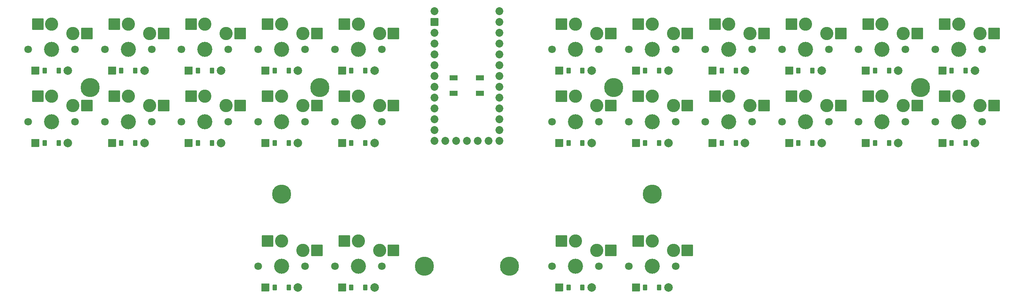
<source format=gbr>
%TF.GenerationSoftware,KiCad,Pcbnew,9.0.0*%
%TF.CreationDate,2025-03-14T12:58:10+01:00*%
%TF.ProjectId,pcb,7063622e-6b69-4636-9164-5f7063625858,v1.0.0*%
%TF.SameCoordinates,Original*%
%TF.FileFunction,Soldermask,Bot*%
%TF.FilePolarity,Negative*%
%FSLAX46Y46*%
G04 Gerber Fmt 4.6, Leading zero omitted, Abs format (unit mm)*
G04 Created by KiCad (PCBNEW 9.0.0) date 2025-03-14 12:58:10*
%MOMM*%
%LPD*%
G01*
G04 APERTURE LIST*
G04 Aperture macros list*
%AMRoundRect*
0 Rectangle with rounded corners*
0 $1 Rounding radius*
0 $2 $3 $4 $5 $6 $7 $8 $9 X,Y pos of 4 corners*
0 Add a 4 corners polygon primitive as box body*
4,1,4,$2,$3,$4,$5,$6,$7,$8,$9,$2,$3,0*
0 Add four circle primitives for the rounded corners*
1,1,$1+$1,$2,$3*
1,1,$1+$1,$4,$5*
1,1,$1+$1,$6,$7*
1,1,$1+$1,$8,$9*
0 Add four rect primitives between the rounded corners*
20,1,$1+$1,$2,$3,$4,$5,0*
20,1,$1+$1,$4,$5,$6,$7,0*
20,1,$1+$1,$6,$7,$8,$9,0*
20,1,$1+$1,$8,$9,$2,$3,0*%
G04 Aperture macros list end*
%ADD10C,3.529000*%
%ADD11C,1.801800*%
%ADD12C,3.100000*%
%ADD13RoundRect,0.050000X-1.300000X-1.300000X1.300000X-1.300000X1.300000X1.300000X-1.300000X1.300000X0*%
%ADD14RoundRect,0.050000X-0.450000X-0.600000X0.450000X-0.600000X0.450000X0.600000X-0.450000X0.600000X0*%
%ADD15RoundRect,0.050000X-0.889000X-0.889000X0.889000X-0.889000X0.889000X0.889000X-0.889000X0.889000X0*%
%ADD16C,2.005000*%
%ADD17C,1.852600*%
%ADD18RoundRect,0.050000X-0.876300X0.876300X-0.876300X-0.876300X0.876300X-0.876300X0.876300X0.876300X0*%
%ADD19RoundRect,0.050000X-0.900000X-0.550000X0.900000X-0.550000X0.900000X0.550000X-0.900000X0.550000X0*%
%ADD20C,4.500000*%
%ADD21C,0.800000*%
G04 APERTURE END LIST*
D10*
%TO.C,S1*%
X100000000Y-100000000D03*
D11*
X105500000Y-100000000D03*
X94500000Y-100000000D03*
D12*
X105000000Y-96250000D03*
X100000000Y-94050000D03*
D13*
X96725000Y-94050000D03*
X108275000Y-96250000D03*
%TD*%
D10*
%TO.C,S2*%
X100000000Y-83000000D03*
D11*
X105500000Y-83000000D03*
X94500000Y-83000000D03*
D12*
X105000000Y-79250000D03*
X100000000Y-77050000D03*
D13*
X96725000Y-77050000D03*
X108275000Y-79250000D03*
%TD*%
D10*
%TO.C,S3*%
X118000000Y-100000000D03*
D11*
X123500000Y-100000000D03*
X112500000Y-100000000D03*
D12*
X123000000Y-96250000D03*
X118000000Y-94050000D03*
D13*
X114725000Y-94050000D03*
X126275000Y-96250000D03*
%TD*%
D10*
%TO.C,S4*%
X118000000Y-83000000D03*
D11*
X123500000Y-83000000D03*
X112500000Y-83000000D03*
D12*
X123000000Y-79250000D03*
X118000000Y-77050000D03*
D13*
X114725000Y-77050000D03*
X126275000Y-79250000D03*
%TD*%
D10*
%TO.C,S5*%
X136000000Y-100000000D03*
D11*
X141500000Y-100000000D03*
X130500000Y-100000000D03*
D12*
X141000000Y-96250000D03*
X136000000Y-94050000D03*
D13*
X132725000Y-94050000D03*
X144275000Y-96250000D03*
%TD*%
D10*
%TO.C,S6*%
X136000000Y-83000000D03*
D11*
X141500000Y-83000000D03*
X130500000Y-83000000D03*
D12*
X141000000Y-79250000D03*
X136000000Y-77050000D03*
D13*
X132725000Y-77050000D03*
X144275000Y-79250000D03*
%TD*%
D10*
%TO.C,S7*%
X154000000Y-100000000D03*
D11*
X159500000Y-100000000D03*
X148500000Y-100000000D03*
D12*
X159000000Y-96250000D03*
X154000000Y-94050000D03*
D13*
X150725000Y-94050000D03*
X162275000Y-96250000D03*
%TD*%
D10*
%TO.C,S8*%
X154000000Y-83000000D03*
D11*
X159500000Y-83000000D03*
X148500000Y-83000000D03*
D12*
X159000000Y-79250000D03*
X154000000Y-77050000D03*
D13*
X150725000Y-77050000D03*
X162275000Y-79250000D03*
%TD*%
D10*
%TO.C,S9*%
X172000000Y-100000000D03*
D11*
X177500000Y-100000000D03*
X166500000Y-100000000D03*
D12*
X177000000Y-96250000D03*
X172000000Y-94050000D03*
D13*
X168725000Y-94050000D03*
X180275000Y-96250000D03*
%TD*%
D10*
%TO.C,S10*%
X172000000Y-83000000D03*
D11*
X177500000Y-83000000D03*
X166500000Y-83000000D03*
D12*
X177000000Y-79250000D03*
X172000000Y-77050000D03*
D13*
X168725000Y-77050000D03*
X180275000Y-79250000D03*
%TD*%
D10*
%TO.C,S11*%
X223000000Y-100000000D03*
D11*
X228500000Y-100000000D03*
X217500000Y-100000000D03*
D12*
X228000000Y-96250000D03*
X223000000Y-94050000D03*
D13*
X219725000Y-94050000D03*
X231275000Y-96250000D03*
%TD*%
D10*
%TO.C,S12*%
X223000000Y-83000000D03*
D11*
X228500000Y-83000000D03*
X217500000Y-83000000D03*
D12*
X228000000Y-79250000D03*
X223000000Y-77050000D03*
D13*
X219725000Y-77050000D03*
X231275000Y-79250000D03*
%TD*%
D10*
%TO.C,S13*%
X241000000Y-100000000D03*
D11*
X246500000Y-100000000D03*
X235500000Y-100000000D03*
D12*
X246000000Y-96250000D03*
X241000000Y-94050000D03*
D13*
X237725000Y-94050000D03*
X249275000Y-96250000D03*
%TD*%
D10*
%TO.C,S14*%
X241000000Y-83000000D03*
D11*
X246500000Y-83000000D03*
X235500000Y-83000000D03*
D12*
X246000000Y-79250000D03*
X241000000Y-77050000D03*
D13*
X237725000Y-77050000D03*
X249275000Y-79250000D03*
%TD*%
D10*
%TO.C,S15*%
X259000000Y-100000000D03*
D11*
X264500000Y-100000000D03*
X253500000Y-100000000D03*
D12*
X264000000Y-96250000D03*
X259000000Y-94050000D03*
D13*
X255725000Y-94050000D03*
X267275000Y-96250000D03*
%TD*%
D10*
%TO.C,S16*%
X259000000Y-83000000D03*
D11*
X264500000Y-83000000D03*
X253500000Y-83000000D03*
D12*
X264000000Y-79250000D03*
X259000000Y-77050000D03*
D13*
X255725000Y-77050000D03*
X267275000Y-79250000D03*
%TD*%
D10*
%TO.C,S17*%
X277000000Y-100000000D03*
D11*
X282500000Y-100000000D03*
X271500000Y-100000000D03*
D12*
X282000000Y-96250000D03*
X277000000Y-94050000D03*
D13*
X273725000Y-94050000D03*
X285275000Y-96250000D03*
%TD*%
D10*
%TO.C,S18*%
X277000000Y-83000000D03*
D11*
X282500000Y-83000000D03*
X271500000Y-83000000D03*
D12*
X282000000Y-79250000D03*
X277000000Y-77050000D03*
D13*
X273725000Y-77050000D03*
X285275000Y-79250000D03*
%TD*%
D10*
%TO.C,S19*%
X295000000Y-100000000D03*
D11*
X300500000Y-100000000D03*
X289500000Y-100000000D03*
D12*
X300000000Y-96250000D03*
X295000000Y-94050000D03*
D13*
X291725000Y-94050000D03*
X303275000Y-96250000D03*
%TD*%
D10*
%TO.C,S20*%
X295000000Y-83000000D03*
D11*
X300500000Y-83000000D03*
X289500000Y-83000000D03*
D12*
X300000000Y-79250000D03*
X295000000Y-77050000D03*
D13*
X291725000Y-77050000D03*
X303275000Y-79250000D03*
%TD*%
D10*
%TO.C,S21*%
X313000000Y-100000000D03*
D11*
X318500000Y-100000000D03*
X307500000Y-100000000D03*
D12*
X318000000Y-96250000D03*
X313000000Y-94050000D03*
D13*
X309725000Y-94050000D03*
X321275000Y-96250000D03*
%TD*%
D10*
%TO.C,S22*%
X313000000Y-83000000D03*
D11*
X318500000Y-83000000D03*
X307500000Y-83000000D03*
D12*
X318000000Y-79250000D03*
X313000000Y-77050000D03*
D13*
X309725000Y-77050000D03*
X321275000Y-79250000D03*
%TD*%
D10*
%TO.C,S23*%
X154000000Y-134000000D03*
D11*
X159500000Y-134000000D03*
X148500000Y-134000000D03*
D12*
X159000000Y-130250000D03*
X154000000Y-128050000D03*
D13*
X150725000Y-128050000D03*
X162275000Y-130250000D03*
%TD*%
D10*
%TO.C,S24*%
X172000000Y-134000000D03*
D11*
X177500000Y-134000000D03*
X166500000Y-134000000D03*
D12*
X177000000Y-130250000D03*
X172000000Y-128050000D03*
D13*
X168725000Y-128050000D03*
X180275000Y-130250000D03*
%TD*%
D10*
%TO.C,S25*%
X223000000Y-134000000D03*
D11*
X228500000Y-134000000D03*
X217500000Y-134000000D03*
D12*
X228000000Y-130250000D03*
X223000000Y-128050000D03*
D13*
X219725000Y-128050000D03*
X231275000Y-130250000D03*
%TD*%
D10*
%TO.C,S26*%
X241000000Y-134000000D03*
D11*
X246500000Y-134000000D03*
X235500000Y-134000000D03*
D12*
X246000000Y-130250000D03*
X241000000Y-128050000D03*
D13*
X237725000Y-128050000D03*
X249275000Y-130250000D03*
%TD*%
D14*
%TO.C,D1*%
X101650000Y-105000000D03*
X98350000Y-105000000D03*
D15*
X96190000Y-105000000D03*
D16*
X103810000Y-105000000D03*
%TD*%
D14*
%TO.C,D2*%
X101650000Y-88000000D03*
X98350000Y-88000000D03*
D15*
X96190000Y-88000000D03*
D16*
X103810000Y-88000000D03*
%TD*%
D14*
%TO.C,D3*%
X119650000Y-105000000D03*
X116350000Y-105000000D03*
D15*
X114190000Y-105000000D03*
D16*
X121810000Y-105000000D03*
%TD*%
D14*
%TO.C,D4*%
X119650000Y-88000000D03*
X116350000Y-88000000D03*
D15*
X114190000Y-88000000D03*
D16*
X121810000Y-88000000D03*
%TD*%
D14*
%TO.C,D5*%
X137650000Y-105000000D03*
X134350000Y-105000000D03*
D15*
X132190000Y-105000000D03*
D16*
X139810000Y-105000000D03*
%TD*%
D14*
%TO.C,D6*%
X137650000Y-88000000D03*
X134350000Y-88000000D03*
D15*
X132190000Y-88000000D03*
D16*
X139810000Y-88000000D03*
%TD*%
D14*
%TO.C,D7*%
X155650000Y-105000000D03*
X152350000Y-105000000D03*
D15*
X150190000Y-105000000D03*
D16*
X157810000Y-105000000D03*
%TD*%
D14*
%TO.C,D8*%
X155650000Y-88000000D03*
X152350000Y-88000000D03*
D15*
X150190000Y-88000000D03*
D16*
X157810000Y-88000000D03*
%TD*%
D14*
%TO.C,D9*%
X173650000Y-105000000D03*
X170350000Y-105000000D03*
D15*
X168190000Y-105000000D03*
D16*
X175810000Y-105000000D03*
%TD*%
D14*
%TO.C,D10*%
X173650000Y-88000000D03*
X170350000Y-88000000D03*
D15*
X168190000Y-88000000D03*
D16*
X175810000Y-88000000D03*
%TD*%
D14*
%TO.C,D11*%
X224650000Y-105000000D03*
X221350000Y-105000000D03*
D15*
X219190000Y-105000000D03*
D16*
X226810000Y-105000000D03*
%TD*%
D14*
%TO.C,D12*%
X224650000Y-88000000D03*
X221350000Y-88000000D03*
D15*
X219190000Y-88000000D03*
D16*
X226810000Y-88000000D03*
%TD*%
D14*
%TO.C,D13*%
X242650000Y-105000000D03*
X239350000Y-105000000D03*
D15*
X237190000Y-105000000D03*
D16*
X244810000Y-105000000D03*
%TD*%
D14*
%TO.C,D14*%
X242650000Y-88000000D03*
X239350000Y-88000000D03*
D15*
X237190000Y-88000000D03*
D16*
X244810000Y-88000000D03*
%TD*%
D14*
%TO.C,D15*%
X260650000Y-105000000D03*
X257350000Y-105000000D03*
D15*
X255190000Y-105000000D03*
D16*
X262810000Y-105000000D03*
%TD*%
D14*
%TO.C,D16*%
X260650000Y-88000000D03*
X257350000Y-88000000D03*
D15*
X255190000Y-88000000D03*
D16*
X262810000Y-88000000D03*
%TD*%
D14*
%TO.C,D17*%
X278650000Y-105000000D03*
X275350000Y-105000000D03*
D15*
X273190000Y-105000000D03*
D16*
X280810000Y-105000000D03*
%TD*%
D14*
%TO.C,D18*%
X278650000Y-88000000D03*
X275350000Y-88000000D03*
D15*
X273190000Y-88000000D03*
D16*
X280810000Y-88000000D03*
%TD*%
D14*
%TO.C,D19*%
X296650000Y-105000000D03*
X293350000Y-105000000D03*
D15*
X291190000Y-105000000D03*
D16*
X298810000Y-105000000D03*
%TD*%
D14*
%TO.C,D20*%
X296650000Y-88000000D03*
X293350000Y-88000000D03*
D15*
X291190000Y-88000000D03*
D16*
X298810000Y-88000000D03*
%TD*%
D14*
%TO.C,D21*%
X314650000Y-105000000D03*
X311350000Y-105000000D03*
D15*
X309190000Y-105000000D03*
D16*
X316810000Y-105000000D03*
%TD*%
D14*
%TO.C,D22*%
X314650000Y-88000000D03*
X311350000Y-88000000D03*
D15*
X309190000Y-88000000D03*
D16*
X316810000Y-88000000D03*
%TD*%
D14*
%TO.C,D23*%
X155650000Y-139000000D03*
X152350000Y-139000000D03*
D15*
X150190000Y-139000000D03*
D16*
X157810000Y-139000000D03*
%TD*%
D14*
%TO.C,D24*%
X173650000Y-139000000D03*
X170350000Y-139000000D03*
D15*
X168190000Y-139000000D03*
D16*
X175810000Y-139000000D03*
%TD*%
D14*
%TO.C,D25*%
X224650000Y-139000000D03*
X221350000Y-139000000D03*
D15*
X219190000Y-139000000D03*
D16*
X226810000Y-139000000D03*
%TD*%
D14*
%TO.C,D26*%
X242650000Y-139000000D03*
X239350000Y-139000000D03*
D15*
X237190000Y-139000000D03*
D16*
X244810000Y-139000000D03*
%TD*%
D17*
%TO.C,MCU1*%
X189880000Y-73990000D03*
D18*
X189880000Y-76530000D03*
D17*
X189880000Y-79070000D03*
X189880000Y-81610000D03*
X189880000Y-84150000D03*
X189880000Y-86690000D03*
X189880000Y-89230000D03*
X189880000Y-91770000D03*
X189880000Y-94310000D03*
X189880000Y-96850000D03*
X189880000Y-99390000D03*
X189880000Y-101930000D03*
X189880000Y-104470000D03*
X202580000Y-104470000D03*
X200040000Y-104470000D03*
X197500000Y-104470000D03*
X194960000Y-104470000D03*
X192420000Y-104470000D03*
X205120000Y-73990000D03*
X205120000Y-76530000D03*
X205120000Y-79070000D03*
X205120000Y-81610000D03*
X205120000Y-84150000D03*
X205120000Y-86690000D03*
X205120000Y-89230000D03*
X205120000Y-91770000D03*
X205120000Y-94310000D03*
X205120000Y-96850000D03*
X205120000Y-99390000D03*
X205120000Y-101930000D03*
X205120000Y-104470000D03*
%TD*%
D19*
%TO.C,B1*%
X194400000Y-89650000D03*
X200600000Y-89650000D03*
X194400000Y-93350000D03*
X200600000Y-93350000D03*
%TD*%
D20*
%TO.C,_1*%
X109000000Y-92000000D03*
D21*
X110629630Y-92000000D03*
X110152322Y-93152322D03*
X109000000Y-93629630D03*
X107847678Y-93152322D03*
X107370370Y-92000000D03*
X107847678Y-90847678D03*
X109000000Y-90370370D03*
X110152322Y-90847678D03*
%TD*%
D20*
%TO.C,_2*%
X163000000Y-92000000D03*
D21*
X164629630Y-92000000D03*
X164152322Y-93152322D03*
X163000000Y-93629630D03*
X161847678Y-93152322D03*
X161370370Y-92000000D03*
X161847678Y-90847678D03*
X163000000Y-90370370D03*
X164152322Y-90847678D03*
%TD*%
D20*
%TO.C,_3*%
X232000000Y-92000000D03*
D21*
X233629630Y-92000000D03*
X233152322Y-93152322D03*
X232000000Y-93629630D03*
X230847678Y-93152322D03*
X230370370Y-92000000D03*
X230847678Y-90847678D03*
X232000000Y-90370370D03*
X233152322Y-90847678D03*
%TD*%
D20*
%TO.C,_4*%
X304000000Y-92000000D03*
D21*
X305629630Y-92000000D03*
X305152322Y-93152322D03*
X304000000Y-93629630D03*
X302847678Y-93152322D03*
X302370370Y-92000000D03*
X302847678Y-90847678D03*
X304000000Y-90370370D03*
X305152322Y-90847678D03*
%TD*%
D20*
%TO.C,_5*%
X154000000Y-117000000D03*
D21*
X155629630Y-117000000D03*
X155152322Y-118152322D03*
X154000000Y-118629630D03*
X152847678Y-118152322D03*
X152370370Y-117000000D03*
X152847678Y-115847678D03*
X154000000Y-115370370D03*
X155152322Y-115847678D03*
%TD*%
D20*
%TO.C,_6*%
X241000000Y-117000000D03*
D21*
X242629630Y-117000000D03*
X242152322Y-118152322D03*
X241000000Y-118629630D03*
X239847678Y-118152322D03*
X239370370Y-117000000D03*
X239847678Y-115847678D03*
X241000000Y-115370370D03*
X242152322Y-115847678D03*
%TD*%
D20*
%TO.C,_7*%
X187500000Y-134000000D03*
D21*
X189129630Y-134000000D03*
X188652322Y-135152322D03*
X187500000Y-135629630D03*
X186347678Y-135152322D03*
X185870370Y-134000000D03*
X186347678Y-132847678D03*
X187500000Y-132370370D03*
X188652322Y-132847678D03*
%TD*%
D20*
%TO.C,_8*%
X207500000Y-134000000D03*
D21*
X209129630Y-134000000D03*
X208652322Y-135152322D03*
X207500000Y-135629630D03*
X206347678Y-135152322D03*
X205870370Y-134000000D03*
X206347678Y-132847678D03*
X207500000Y-132370370D03*
X208652322Y-132847678D03*
%TD*%
M02*

</source>
